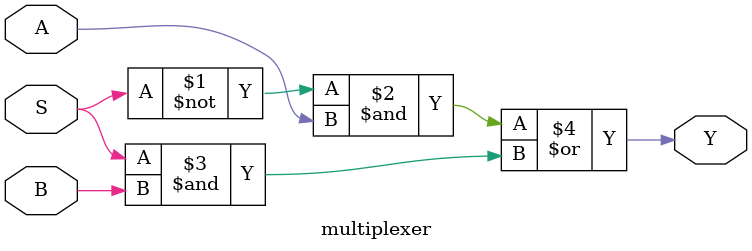
<source format=v>
module multiplexer (
    Y,S,A,B
);

input S,A,B;
output Y;

// wire n1,a1,a2;

// not not_S(n1,S);
// and and_a1(a1,n1,A);
// and and_a2(a2,S,B);
// or or_o1(Y,a1,a2);

assign Y = ((~S) & A) | (S & B);
    
endmodule
</source>
